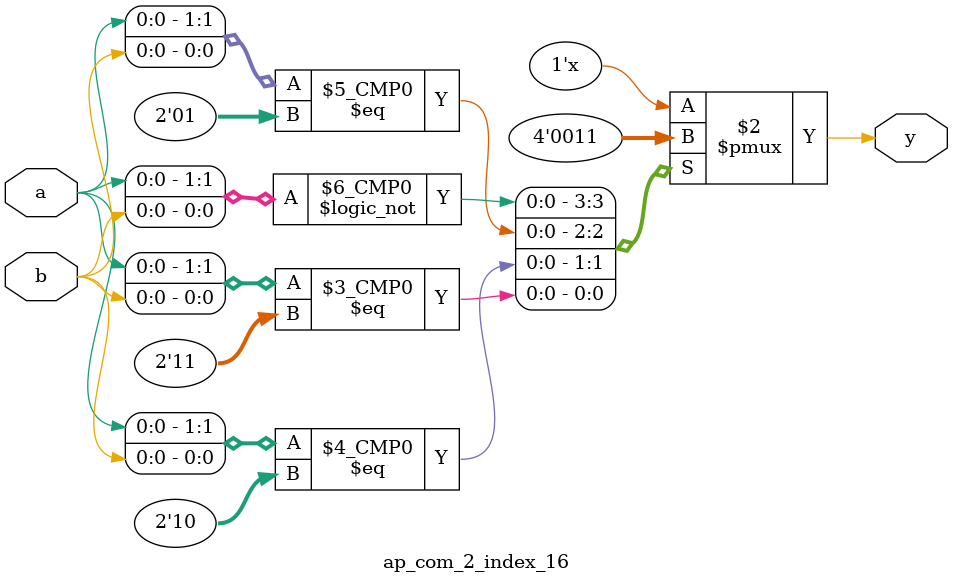
<source format=v>
module ap_com_4_index_0(
	input wire a,
	input wire b,
	input wire c,
	input wire d,
	output reg y
);

always @(*) begin
	case({a, b, c, d})
		4'b0000: y = 0;
		4'b0001: y = 0;
		4'b0010: y = 1;
		4'b0011: y = 1;
		4'b0100: y = 1;
		4'b0101: y = 1;
		4'b0110: y = 1;
		4'b0111: y = 1;
		4'b1000: y = 1;
		4'b1001: y = 0;
		4'b1010: y = 1;
		4'b1011: y = 1;
		4'b1100: y = 1;
		4'b1101: y = 1;
		4'b1110: y = 1;
		4'b1111: y = 1;
		default:;
	endcase
end

endmodule


module ap_com_4_index_1(
	input wire a,
	input wire b,
	input wire c,
	input wire d,
	output reg y
);

always @(*) begin
	case({a, b, c, d})
		4'b0000: y = 0;
		4'b0001: y = 1;
		4'b0010: y = 0;
		4'b0011: y = 0;
		4'b0100: y = 0;
		4'b0101: y = 0;
		4'b0110: y = 1;
		4'b0111: y = 1;
		4'b1000: y = 1;
		4'b1001: y = 1;
		4'b1010: y = 0;
		4'b1011: y = 1;
		4'b1100: y = 0;
		4'b1101: y = 0;
		4'b1110: y = 1;
		4'b1111: y = 1;
		default:;
	endcase
end

endmodule


module ap_com_2_index_2(
	input wire a,
	input wire b,
	output reg y
);

always @(*) begin
	case({a, b})
		2'b00: y = 1;
		2'b01: y = 1;
		2'b10: y = 0;
		2'b11: y = 0;
		default:;
	endcase
end

endmodule


module ap_com_4_index_3(
	input wire a,
	input wire b,
	input wire c,
	input wire d,
	output reg y
);

always @(*) begin
	case({a, b, c, d})
		4'b0000: y = 0;
		4'b0001: y = 1;
		4'b0010: y = 0;
		4'b0011: y = 0;
		4'b0100: y = 0;
		4'b0101: y = 0;
		4'b0110: y = 1;
		4'b0111: y = 1;
		4'b1000: y = 0;
		4'b1001: y = 1;
		4'b1010: y = 0;
		4'b1011: y = 1;
		4'b1100: y = 0;
		4'b1101: y = 1;
		4'b1110: y = 0;
		4'b1111: y = 1;
		default:;
	endcase
end

endmodule


module ap_com_4_index_4(
	input wire a,
	input wire b,
	input wire c,
	input wire d,
	output reg y
);

always @(*) begin
	case({a, b, c, d})
		4'b0000: y = 1;
		4'b0001: y = 1;
		4'b0010: y = 0;
		4'b0011: y = 0;
		4'b0100: y = 0;
		4'b0101: y = 0;
		4'b0110: y = 0;
		4'b0111: y = 0;
		4'b1000: y = 1;
		4'b1001: y = 0;
		4'b1010: y = 0;
		4'b1011: y = 0;
		4'b1100: y = 0;
		4'b1101: y = 0;
		4'b1110: y = 0;
		4'b1111: y = 0;
		default:;
	endcase
end

endmodule


module ap_com_4_index_5(
	input wire a,
	input wire b,
	input wire c,
	input wire d,
	output reg y
);

always @(*) begin
	case({a, b, c, d})
		4'b0000: y = 1;
		4'b0001: y = 1;
		4'b0010: y = 1;
		4'b0011: y = 1;
		4'b0100: y = 1;
		4'b0101: y = 0;
		4'b0110: y = 1;
		4'b0111: y = 0;
		4'b1000: y = 1;
		4'b1001: y = 1;
		4'b1010: y = 1;
		4'b1011: y = 1;
		4'b1100: y = 1;
		4'b1101: y = 0;
		4'b1110: y = 1;
		4'b1111: y = 0;
		default:;
	endcase
end

endmodule


module ap_com_3_index_6(
	input wire a,
	input wire b,
	input wire c,
	output reg y
);

always @(*) begin
	case({a, b, c})
		3'b000: y = 0;
		3'b001: y = 0;
		3'b010: y = 0;
		3'b011: y = 0;
		3'b100: y = 0;
		3'b101: y = 0;
		3'b110: y = 0;
		3'b111: y = 0;
		default:;
	endcase
end

endmodule


module ap_com_4_index_7(
	input wire a,
	input wire b,
	input wire c,
	input wire d,
	output reg y
);

always @(*) begin
	case({a, b, c, d})
		4'b0000: y = 1;
		4'b0001: y = 1;
		4'b0010: y = 1;
		4'b0011: y = 1;
		4'b0100: y = 1;
		4'b0101: y = 0;
		4'b0110: y = 0;
		4'b0111: y = 0;
		4'b1000: y = 1;
		4'b1001: y = 0;
		4'b1010: y = 0;
		4'b1011: y = 0;
		4'b1100: y = 1;
		4'b1101: y = 0;
		4'b1110: y = 0;
		4'b1111: y = 0;
		default:;
	endcase
end

endmodule


module ap_com_2_index_8(
	input wire a,
	input wire b,
	output reg y
);

always @(*) begin
	case({a, b})
		2'b00: y = 0;
		2'b01: y = 0;
		2'b10: y = 0;
		2'b11: y = 0;
		default:;
	endcase
end

endmodule


module ap_com_4_index_9(
	input wire a,
	input wire b,
	input wire c,
	input wire d,
	output reg y
);

always @(*) begin
	case({a, b, c, d})
		4'b0000: y = 1;
		4'b0001: y = 1;
		4'b0010: y = 1;
		4'b0011: y = 1;
		4'b0100: y = 1;
		4'b0101: y = 1;
		4'b0110: y = 1;
		4'b0111: y = 1;
		4'b1000: y = 1;
		4'b1001: y = 0;
		4'b1010: y = 1;
		4'b1011: y = 1;
		4'b1100: y = 1;
		4'b1101: y = 0;
		4'b1110: y = 1;
		4'b1111: y = 1;
		default:;
	endcase
end

endmodule


module ap_com_4_index_10(
	input wire a,
	input wire b,
	input wire c,
	input wire d,
	output reg y
);

always @(*) begin
	case({a, b, c, d})
		4'b0000: y = 1;
		4'b0001: y = 1;
		4'b0010: y = 1;
		4'b0011: y = 1;
		4'b0100: y = 1;
		4'b0101: y = 1;
		4'b0110: y = 1;
		4'b0111: y = 1;
		4'b1000: y = 1;
		4'b1001: y = 1;
		4'b1010: y = 1;
		4'b1011: y = 1;
		4'b1100: y = 1;
		4'b1101: y = 1;
		4'b1110: y = 1;
		4'b1111: y = 1;
		default:;
	endcase
end

endmodule


module ap_com_3_index_11(
	input wire a,
	input wire b,
	input wire c,
	output reg y
);

always @(*) begin
	case({a, b, c})
		3'b000: y = 1;
		3'b001: y = 1;
		3'b010: y = 1;
		3'b011: y = 1;
		3'b100: y = 1;
		3'b101: y = 1;
		3'b110: y = 1;
		3'b111: y = 1;
		default:;
	endcase
end

endmodule


module ap_com_2_index_12(
	input wire a,
	input wire b,
	output reg y
);

always @(*) begin
	case({a, b})
		2'b00: y = 0;
		2'b01: y = 0;
		2'b10: y = 0;
		2'b11: y = 0;
		default:;
	endcase
end

endmodule


module ap_com_2_index_13(
	input wire a,
	input wire b,
	output reg y
);

always @(*) begin
	case({a, b})
		2'b00: y = 0;
		2'b01: y = 1;
		2'b10: y = 0;
		2'b11: y = 1;
		default:;
	endcase
end

endmodule


module ap_com_2_index_14(
	input wire a,
	input wire b,
	output reg y
);

always @(*) begin
	case({a, b})
		2'b00: y = 1;
		2'b01: y = 1;
		2'b10: y = 1;
		2'b11: y = 1;
		default:;
	endcase
end

endmodule


module ap_com_2_index_15(
	input wire a,
	input wire b,
	output reg y
);

always @(*) begin
	case({a, b})
		2'b00: y = 1;
		2'b01: y = 0;
		2'b10: y = 1;
		2'b11: y = 0;
		default:;
	endcase
end

endmodule


module ap_com_2_index_16(
	input wire a,
	input wire b,
	output reg y
);

always @(*) begin
	case({a, b})
		2'b00: y = 0;
		2'b01: y = 0;
		2'b10: y = 1;
		2'b11: y = 1;
		default:;
	endcase
end

endmodule



</source>
